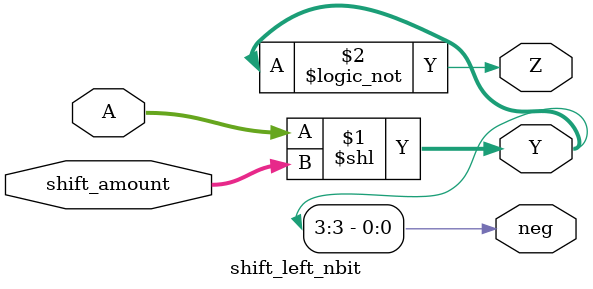
<source format=sv>
module shift_left_nbit #(parameter N = 4) (
    input logic [N-1:0] A,
    input logic [$clog2(N):0] shift_amount,
    output logic [N-1:0] Y,
    output logic Z, neg
);
    assign Y = A << shift_amount;
    assign Z = (Y == 0);
    assign neg = Y[N-1];
endmodule

</source>
